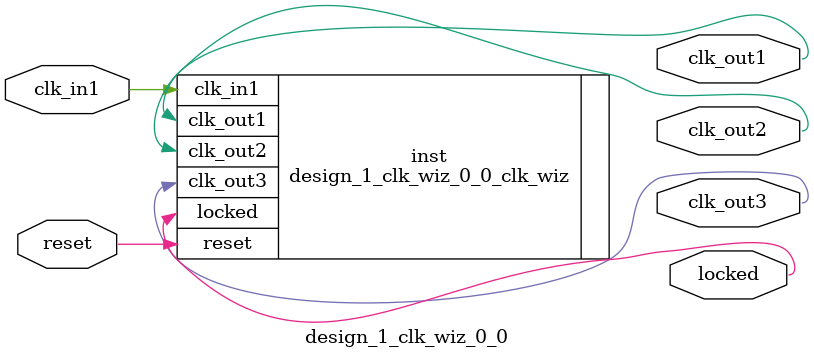
<source format=v>


`timescale 1ps/1ps

(* CORE_GENERATION_INFO = "design_1_clk_wiz_0_0,clk_wiz_v5_4_3_0,{component_name=design_1_clk_wiz_0_0,use_phase_alignment=true,use_min_o_jitter=false,use_max_i_jitter=false,use_dyn_phase_shift=false,use_inclk_switchover=false,use_dyn_reconfig=false,enable_axi=0,feedback_source=FDBK_AUTO,PRIMITIVE=MMCM,num_out_clk=3,clkin1_period=27.778,clkin2_period=10.0,use_power_down=false,use_reset=true,use_locked=true,use_inclk_stopped=false,feedback_type=SINGLE,CLOCK_MGR_TYPE=NA,manual_override=false}" *)

module design_1_clk_wiz_0_0 
 (
  // Clock out ports
  output        clk_out1,
  output        clk_out2,
  output        clk_out3,
  // Status and control signals
  input         reset,
  output        locked,
 // Clock in ports
  input         clk_in1
 );

  design_1_clk_wiz_0_0_clk_wiz inst
  (
  // Clock out ports  
  .clk_out1(clk_out1),
  .clk_out2(clk_out2),
  .clk_out3(clk_out3),
  // Status and control signals               
  .reset(reset), 
  .locked(locked),
 // Clock in ports
  .clk_in1(clk_in1)
  );

endmodule

</source>
